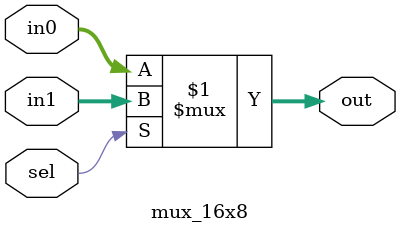
<source format=v>
/*--  *******************************************************
--  Computer Architecture Course, Laboratory Sources 
--  Amirkabir University of Technology (Tehran Polytechnic)
--  Department of Computer Engineering (CE-AUT)
--  https://ce[dot]aut[dot]ac[dot]ir
--  *******************************************************
--  All Rights reserved (C) 2019-2020
--  *******************************************************
--  Student ID  : 
--  Student Name: 
--  Student Mail: 
--  *******************************************************
--  Additional Comments:
--
--*/

/*-----------------------------------------------------------
---  Module Name:  Light Dance Utils
---  Description: Module5:
-----------------------------------------------------------*/
`timescale 1 ns/1 ns

/***********************************************************/
/************** Design Your Own Modules Below **************/
module mux_16x8(
	input [7:0] in1,
	input [7:0] in0,
	input sel,
	output [7:0] out
	);
	
	assign out = sel ? in1:in0;
		
endmodule
/************** Design Your Own Modules Above **************/
/***********************************************************/
</source>
